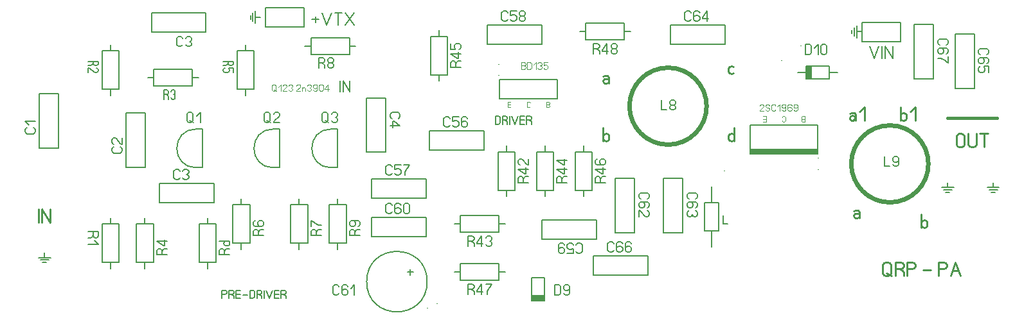
<source format=gbr>
%FSLAX34Y34*%
%MOMM*%
%LNSILK_TOP*%
G71*
G01*
%ADD10C,0.150*%
%ADD11C,0.090*%
%ADD12C,0.159*%
%ADD13C,0.100*%
%ADD14C,0.167*%
%ADD15C,0.206*%
%ADD16C,0.200*%
%ADD17C,0.144*%
%ADD18C,0.222*%
%ADD19C,0.170*%
%ADD20C,0.600*%
%ADD21C,0.111*%
%ADD22C,0.400*%
%ADD23C,0.178*%
%ADD24C,0.133*%
%LPD*%
G54D10*
X630580Y339450D02*
X630580Y314250D01*
X706780Y314250D01*
X706780Y339450D01*
X630580Y339450D01*
G54D11*
X645380Y302950D02*
X641680Y302950D01*
X641680Y310050D01*
X645380Y310050D01*
G54D11*
X641680Y306550D02*
X645380Y306550D01*
G54D11*
X671380Y304250D02*
X670780Y303350D01*
X669780Y302950D01*
X668680Y302950D01*
X667580Y303350D01*
X667080Y304250D01*
X667080Y308750D01*
X667580Y309650D01*
X668680Y310050D01*
X669780Y310050D01*
X670780Y309650D01*
X671380Y308750D01*
G54D11*
X692480Y302950D02*
X692480Y310050D01*
X695180Y310050D01*
X696180Y309650D01*
X696780Y308750D01*
X696780Y307850D01*
X696180Y306950D01*
X695180Y306550D01*
X696180Y306050D01*
X696780Y305150D01*
X696780Y304250D01*
X696180Y303350D01*
X695180Y302950D01*
X692480Y302950D01*
G54D11*
X692480Y306550D02*
X695180Y306550D01*
G54D12*
X629829Y360200D02*
X629829Y360200D01*
G54D12*
X629830Y345200D02*
X629830Y345200D01*
G36*
X1050085Y248121D02*
X961285Y248121D01*
X961285Y241721D01*
X1050085Y241721D01*
X1050085Y248121D01*
G37*
G54D13*
X1050085Y248121D02*
X961285Y248121D01*
X961285Y241721D01*
X1050085Y241721D01*
X1050085Y248121D01*
G54D10*
X1050085Y241721D02*
X1050085Y279721D01*
X961085Y279721D01*
X961085Y241721D01*
X1050085Y241721D01*
G54D11*
X1032585Y291021D02*
X1032586Y283921D01*
X1029885Y283921D01*
X1028886Y284321D01*
X1028285Y285221D01*
X1028285Y286121D01*
X1028885Y287021D01*
X1029885Y287421D01*
X1028885Y287921D01*
X1028285Y288821D01*
X1028285Y289721D01*
X1028885Y290621D01*
X1029885Y291021D01*
X1032585Y291021D01*
G54D11*
X1032586Y287421D02*
X1029885Y287421D01*
G54D11*
X1002885Y289721D02*
X1003485Y290621D01*
X1004485Y291021D01*
X1005585Y291021D01*
X1006685Y290621D01*
X1007185Y289721D01*
X1007185Y285221D01*
X1006685Y284321D01*
X1005585Y283921D01*
X1004485Y283921D01*
X1003485Y284321D01*
X1002885Y285221D01*
G54D11*
X978085Y291021D02*
X981785Y291021D01*
X981785Y283921D01*
X978085Y283921D01*
G54D11*
X981785Y287421D02*
X978085Y287421D01*
G54D12*
X1050835Y220971D02*
X1050835Y220971D01*
G54D12*
X1050835Y235971D02*
X1050835Y235971D01*
G54D10*
X610094Y246490D02*
X610094Y271890D01*
X538494Y271890D01*
X538494Y246490D01*
X610094Y246490D01*
G54D14*
X565439Y279782D02*
X564439Y278115D01*
X562439Y277282D01*
X560439Y277282D01*
X558439Y278115D01*
X557439Y279782D01*
X557439Y288115D01*
X558439Y289782D01*
X560439Y290615D01*
X562439Y290615D01*
X564439Y289782D01*
X565439Y288115D01*
G54D14*
X577106Y290615D02*
X569106Y290615D01*
X569106Y284782D01*
X570106Y284782D01*
X572106Y285615D01*
X574106Y285615D01*
X576106Y284782D01*
X577106Y283115D01*
X577106Y279782D01*
X576106Y278115D01*
X574106Y277282D01*
X572106Y277282D01*
X570106Y278115D01*
X569106Y279782D01*
G54D14*
X588773Y288115D02*
X587773Y289782D01*
X585773Y290615D01*
X583773Y290615D01*
X581773Y289782D01*
X580773Y288115D01*
X580773Y283948D01*
X580773Y283115D01*
X583773Y284782D01*
X585773Y284782D01*
X587773Y283948D01*
X588773Y282282D01*
X588773Y279782D01*
X587773Y278115D01*
X585773Y277282D01*
X583773Y277282D01*
X581773Y278115D01*
X580773Y279782D01*
X580773Y283948D01*
G54D10*
X628959Y243979D02*
X651134Y243979D01*
X651134Y193279D01*
X628959Y193279D01*
X628959Y243979D01*
G54D10*
X640046Y244179D02*
X640046Y252079D01*
G54D10*
X640046Y193179D02*
X640047Y185279D01*
G54D14*
X662305Y207537D02*
X663971Y210537D01*
X665638Y211537D01*
X668971Y211537D01*
G54D14*
X668971Y203537D02*
X655638Y203537D01*
X655638Y208537D01*
X656471Y210537D01*
X658138Y211537D01*
X659805Y211537D01*
X661471Y210537D01*
X662305Y208537D01*
X662305Y203537D01*
G54D14*
X668971Y221204D02*
X655638Y221204D01*
X663971Y215204D01*
X665638Y215204D01*
X665638Y223204D01*
G54D14*
X668971Y234871D02*
X668971Y226871D01*
X668138Y226871D01*
X666471Y227871D01*
X661471Y233871D01*
X659805Y234871D01*
X658138Y234871D01*
X656471Y233871D01*
X655638Y231871D01*
X655638Y229871D01*
X656471Y227871D01*
X658138Y226871D01*
G54D10*
X540059Y396379D02*
X562234Y396379D01*
X562234Y345679D01*
X540059Y345679D01*
X540059Y396379D01*
G54D10*
X551146Y396579D02*
X551146Y404479D01*
G54D10*
X551146Y345579D02*
X551147Y337679D01*
G54D14*
X573405Y359937D02*
X575071Y362937D01*
X576738Y363937D01*
X580071Y363937D01*
G54D14*
X580071Y355937D02*
X566738Y355937D01*
X566738Y360937D01*
X567571Y362937D01*
X569238Y363937D01*
X570905Y363937D01*
X572571Y362937D01*
X573405Y360937D01*
X573405Y355937D01*
G54D14*
X580071Y373604D02*
X566738Y373604D01*
X575071Y367604D01*
X576738Y367604D01*
X576738Y375604D01*
G54D14*
X566738Y387271D02*
X566738Y379271D01*
X572571Y379271D01*
X572571Y380271D01*
X571738Y382271D01*
X571738Y384271D01*
X572571Y386271D01*
X574238Y387271D01*
X577571Y387271D01*
X579238Y386271D01*
X580071Y384271D01*
X580071Y382271D01*
X579238Y380271D01*
X577571Y379271D01*
G54D14*
X719771Y203537D02*
X719771Y203537D01*
G54D10*
X686294Y386190D02*
X686294Y411590D01*
X614694Y411590D01*
X614694Y386190D01*
X686294Y386190D01*
G54D14*
X641639Y419482D02*
X640639Y417815D01*
X638639Y416982D01*
X636639Y416982D01*
X634639Y417815D01*
X633639Y419482D01*
X633639Y427815D01*
X634639Y429482D01*
X636639Y430315D01*
X638639Y430315D01*
X640639Y429482D01*
X641639Y427815D01*
G54D14*
X653306Y430315D02*
X645306Y430315D01*
X645306Y424482D01*
X646306Y424482D01*
X648306Y425315D01*
X650306Y425315D01*
X652306Y424482D01*
X653306Y422815D01*
X653306Y419482D01*
X652306Y417815D01*
X650306Y416982D01*
X648306Y416982D01*
X646306Y417815D01*
X645306Y419482D01*
G54D14*
X661972Y423648D02*
X659972Y423648D01*
X657972Y424482D01*
X656972Y426148D01*
X656972Y427815D01*
X657972Y429482D01*
X659972Y430315D01*
X661972Y430315D01*
X663972Y429482D01*
X664972Y427815D01*
X664972Y426148D01*
X663972Y424482D01*
X661972Y423648D01*
X663972Y422815D01*
X664972Y421148D01*
X664972Y419482D01*
X663972Y417815D01*
X661972Y416982D01*
X659972Y416982D01*
X657972Y417815D01*
X656972Y419482D01*
X656972Y421148D01*
X657972Y422815D01*
X659972Y423648D01*
G54D10*
X730559Y243979D02*
X752734Y243979D01*
X752734Y193279D01*
X730559Y193279D01*
X730559Y243979D01*
G54D10*
X741646Y244179D02*
X741646Y252079D01*
G54D10*
X741646Y193179D02*
X741646Y185279D01*
G54D14*
X763905Y207537D02*
X765571Y210537D01*
X767238Y211537D01*
X770571Y211537D01*
G54D14*
X770571Y203537D02*
X757238Y203537D01*
X757238Y208537D01*
X758071Y210537D01*
X759738Y211537D01*
X761405Y211537D01*
X763071Y210537D01*
X763905Y208537D01*
X763905Y203537D01*
G54D14*
X770571Y221204D02*
X757238Y221204D01*
X765571Y215204D01*
X767238Y215204D01*
X767238Y223204D01*
G54D14*
X759738Y234871D02*
X758071Y233871D01*
X757238Y231871D01*
X757238Y229871D01*
X758071Y227871D01*
X759738Y226871D01*
X763905Y226871D01*
X764738Y226871D01*
X763071Y229871D01*
X763071Y231871D01*
X763905Y233871D01*
X765571Y234871D01*
X768071Y234871D01*
X769738Y233871D01*
X770571Y231871D01*
X770571Y229871D01*
X769738Y227871D01*
X768071Y226871D01*
X763905Y226871D01*
G54D10*
X686999Y154294D02*
X686999Y128894D01*
X758599Y128894D01*
X758599Y154294D01*
X686999Y154294D01*
G54D14*
X731655Y121002D02*
X732655Y122669D01*
X734655Y123502D01*
X736655Y123502D01*
X738655Y122669D01*
X739655Y121002D01*
X739655Y112669D01*
X738655Y111002D01*
X736655Y110169D01*
X734655Y110169D01*
X732655Y111002D01*
X731655Y112669D01*
G54D14*
X719988Y110169D02*
X727988Y110169D01*
X727988Y116002D01*
X726988Y116002D01*
X724988Y115169D01*
X722988Y115169D01*
X720988Y116002D01*
X719988Y117669D01*
X719988Y121002D01*
X720988Y122669D01*
X722988Y123502D01*
X724988Y123502D01*
X726988Y122669D01*
X727988Y121002D01*
G54D14*
X716321Y121002D02*
X715321Y122669D01*
X713321Y123502D01*
X711321Y123502D01*
X709321Y122669D01*
X708321Y121002D01*
X708321Y116836D01*
X708321Y116002D01*
X711321Y117669D01*
X713321Y117669D01*
X715321Y116836D01*
X716321Y115169D01*
X716321Y112669D01*
X715321Y111002D01*
X713321Y110169D01*
X711321Y110169D01*
X709321Y111002D01*
X708321Y112669D01*
X708321Y116836D01*
G54D10*
X629907Y159844D02*
X629907Y137669D01*
X579207Y137669D01*
X579207Y159844D01*
X629907Y159844D01*
G54D10*
X630107Y148756D02*
X638007Y148756D01*
G54D10*
X579107Y148756D02*
X571207Y148756D01*
G54D14*
X593465Y126498D02*
X596465Y124831D01*
X597465Y123165D01*
X597465Y119831D01*
G54D14*
X589465Y119831D02*
X589465Y133165D01*
X594465Y133165D01*
X596465Y132331D01*
X597465Y130665D01*
X597465Y128998D01*
X596465Y127331D01*
X594465Y126498D01*
X589465Y126498D01*
G54D14*
X607132Y119831D02*
X607132Y133165D01*
X601132Y124831D01*
X601132Y123165D01*
X609132Y123165D01*
G54D14*
X612799Y130665D02*
X613799Y132331D01*
X615799Y133165D01*
X617799Y133165D01*
X619799Y132331D01*
X620799Y130665D01*
X620799Y128998D01*
X619799Y127331D01*
X617799Y126498D01*
X619799Y125665D01*
X620799Y123998D01*
X620799Y122331D01*
X619799Y120665D01*
X617799Y119831D01*
X615799Y119831D01*
X613799Y120665D01*
X612799Y122331D01*
G54D10*
X533894Y182990D02*
X533894Y208390D01*
X462294Y208390D01*
X462294Y182990D01*
X533894Y182990D01*
G54D14*
X489239Y216282D02*
X488239Y214615D01*
X486239Y213782D01*
X484239Y213782D01*
X482239Y214615D01*
X481239Y216282D01*
X481239Y224615D01*
X482239Y226282D01*
X484239Y227115D01*
X486239Y227115D01*
X488239Y226282D01*
X489239Y224615D01*
G54D14*
X500906Y227115D02*
X492906Y227115D01*
X492906Y221282D01*
X493906Y221282D01*
X495906Y222115D01*
X497906Y222115D01*
X499906Y221282D01*
X500906Y219615D01*
X500906Y216282D01*
X499906Y214615D01*
X497906Y213782D01*
X495906Y213782D01*
X493906Y214615D01*
X492906Y216282D01*
G54D14*
X504573Y227115D02*
X512573Y227115D01*
X511573Y225448D01*
X509573Y222948D01*
X507573Y219615D01*
X506573Y217115D01*
X506573Y213782D01*
G54D10*
X533894Y132190D02*
X533894Y157590D01*
X462294Y157590D01*
X462294Y132190D01*
X533894Y132190D01*
G54D14*
X489239Y165482D02*
X488239Y163815D01*
X486239Y162982D01*
X484239Y162982D01*
X482239Y163815D01*
X481239Y165482D01*
X481239Y173815D01*
X482239Y175482D01*
X484239Y176315D01*
X486239Y176315D01*
X488239Y175482D01*
X489239Y173815D01*
G54D14*
X500906Y173815D02*
X499906Y175482D01*
X497906Y176315D01*
X495906Y176315D01*
X493906Y175482D01*
X492906Y173815D01*
X492906Y169648D01*
X492906Y168815D01*
X495906Y170482D01*
X497906Y170482D01*
X499906Y169648D01*
X500906Y167982D01*
X500906Y165482D01*
X499906Y163815D01*
X497906Y162982D01*
X495906Y162982D01*
X493906Y163815D01*
X492906Y165482D01*
X492906Y169648D01*
G54D14*
X512573Y173815D02*
X512573Y165482D01*
X511573Y163815D01*
X509573Y162982D01*
X507573Y162982D01*
X505573Y163815D01*
X504573Y165482D01*
X504573Y173815D01*
X505573Y175482D01*
X507573Y176315D01*
X509573Y176315D01*
X511573Y175482D01*
X512573Y173815D01*
G54D10*
X516992Y85450D02*
X509392Y85450D01*
G54D10*
X513192Y81650D02*
X513192Y89250D01*
G54D10*
G75*
G01X535536Y72750D02*
G03X535536Y72750I-39850J0D01*
G01*
G54D15*
X548986Y44250D02*
X548986Y44250D01*
G54D15*
X536286Y38350D02*
X536286Y38350D01*
G54D10*
X629907Y96344D02*
X629907Y74169D01*
X579207Y74169D01*
X579207Y96344D01*
X629907Y96344D01*
G54D10*
X630107Y85256D02*
X638007Y85256D01*
G54D10*
X579107Y85256D02*
X571207Y85256D01*
G54D14*
X593465Y62998D02*
X596465Y61331D01*
X597465Y59665D01*
X597465Y56331D01*
G54D14*
X589465Y56331D02*
X589465Y69665D01*
X594465Y69665D01*
X596465Y68831D01*
X597465Y67165D01*
X597465Y65498D01*
X596465Y63831D01*
X594465Y62998D01*
X589465Y62998D01*
G54D14*
X607132Y56331D02*
X607132Y69665D01*
X601132Y61331D01*
X601132Y59665D01*
X609132Y59665D01*
G54D14*
X612799Y69665D02*
X620799Y69665D01*
X619799Y67998D01*
X617799Y65498D01*
X615799Y62165D01*
X614799Y59665D01*
X614799Y56331D01*
G54D10*
X672680Y47900D02*
X690080Y47900D01*
X690080Y78300D01*
X672680Y78300D01*
X672680Y47900D01*
G36*
X672780Y48000D02*
X689480Y48000D01*
X689480Y55200D01*
X672780Y55200D01*
X672780Y48000D01*
G37*
G54D13*
X672780Y48000D02*
X689480Y48000D01*
X689480Y55200D01*
X672780Y55200D01*
X672780Y48000D01*
G54D10*
X825994Y81390D02*
X825994Y106790D01*
X754394Y106790D01*
X754394Y81390D01*
X825994Y81390D01*
G54D14*
X781338Y114682D02*
X780338Y113015D01*
X778338Y112182D01*
X776338Y112182D01*
X774338Y113015D01*
X773338Y114682D01*
X773338Y123015D01*
X774338Y124682D01*
X776338Y125515D01*
X778338Y125515D01*
X780338Y124682D01*
X781338Y123015D01*
G54D14*
X793006Y123015D02*
X792006Y124682D01*
X790006Y125515D01*
X788006Y125515D01*
X786006Y124682D01*
X785006Y123015D01*
X785006Y118848D01*
X785006Y118015D01*
X788006Y119682D01*
X790006Y119682D01*
X792006Y118848D01*
X793006Y117182D01*
X793006Y114682D01*
X792006Y113015D01*
X790006Y112182D01*
X788006Y112182D01*
X786006Y113015D01*
X785006Y114682D01*
X785006Y118848D01*
G54D14*
X804672Y123015D02*
X803672Y124682D01*
X801672Y125515D01*
X799672Y125515D01*
X797672Y124682D01*
X796672Y123015D01*
X796672Y118848D01*
X796672Y118015D01*
X799672Y119682D01*
X801672Y119682D01*
X803672Y118848D01*
X804672Y117182D01*
X804672Y114682D01*
X803672Y113015D01*
X801672Y112182D01*
X799672Y112182D01*
X797672Y113015D01*
X796672Y114682D01*
X796672Y118848D01*
G54D10*
X795007Y413844D02*
X795007Y391669D01*
X744307Y391669D01*
X744307Y413844D01*
X795007Y413844D01*
G54D10*
X795207Y402756D02*
X803107Y402756D01*
G54D10*
X744207Y402756D02*
X736307Y402756D01*
G54D14*
X758565Y380498D02*
X761565Y378831D01*
X762565Y377164D01*
X762565Y373831D01*
G54D14*
X754565Y373831D02*
X754565Y387164D01*
X759565Y387164D01*
X761565Y386331D01*
X762565Y384664D01*
X762565Y382998D01*
X761565Y381331D01*
X759565Y380498D01*
X754565Y380498D01*
G54D14*
X772232Y373831D02*
X772232Y387164D01*
X766232Y378831D01*
X766232Y377164D01*
X774232Y377164D01*
G54D14*
X782899Y380498D02*
X780899Y380498D01*
X778899Y381331D01*
X777899Y382998D01*
X777899Y384664D01*
X778899Y386331D01*
X780899Y387164D01*
X782899Y387164D01*
X784899Y386331D01*
X785899Y384664D01*
X785899Y382998D01*
X784899Y381331D01*
X782899Y380498D01*
X784899Y379664D01*
X785899Y377998D01*
X785899Y376331D01*
X784899Y374664D01*
X782899Y373831D01*
X780899Y373831D01*
X778899Y374664D01*
X777899Y376331D01*
X777899Y377998D01*
X778899Y379664D01*
X780899Y380498D01*
G54D10*
X1034480Y357550D02*
X1034480Y340150D01*
X1064880Y340150D01*
X1064880Y357550D01*
X1034480Y357550D01*
G36*
X1034580Y357450D02*
X1034580Y340750D01*
X1041780Y340750D01*
X1041780Y357450D01*
X1034580Y357450D01*
G37*
G54D13*
X1034580Y357450D02*
X1034580Y340750D01*
X1041780Y340750D01*
X1041780Y357450D01*
X1034580Y357450D01*
G54D10*
X1023480Y348850D02*
X1034580Y348850D01*
G54D10*
X1064780Y348850D02*
X1075880Y348850D01*
G54D15*
X1027980Y384300D02*
X1027980Y384300D01*
G54D15*
X1002580Y364800D02*
X1002580Y364800D01*
G54D10*
X1230826Y327684D02*
X1256226Y327684D01*
X1256226Y399284D01*
X1230826Y399284D01*
X1230826Y327684D01*
G54D14*
X1264117Y372339D02*
X1262451Y373339D01*
X1261617Y375339D01*
X1261617Y377339D01*
X1262451Y379339D01*
X1264117Y380339D01*
X1272451Y380339D01*
X1274117Y379339D01*
X1274951Y377339D01*
X1274951Y375339D01*
X1274117Y373339D01*
X1272451Y372339D01*
G54D14*
X1272451Y360672D02*
X1274117Y361672D01*
X1274951Y363672D01*
X1274951Y365672D01*
X1274117Y367672D01*
X1272451Y368672D01*
X1268284Y368672D01*
X1267451Y368672D01*
X1269117Y365672D01*
X1269117Y363672D01*
X1268284Y361672D01*
X1266617Y360672D01*
X1264117Y360672D01*
X1262451Y361672D01*
X1261617Y363672D01*
X1261617Y365672D01*
X1262451Y367672D01*
X1264117Y368672D01*
X1268284Y368672D01*
G54D14*
X1274951Y349005D02*
X1274951Y357005D01*
X1269117Y357005D01*
X1269117Y356005D01*
X1269951Y354005D01*
X1269951Y352005D01*
X1269117Y350005D01*
X1267451Y349005D01*
X1264117Y349005D01*
X1262451Y350005D01*
X1261617Y352005D01*
X1261617Y354005D01*
X1262451Y356005D01*
X1264117Y357005D01*
G54D10*
X783544Y137244D02*
X808944Y137244D01*
X808944Y208844D01*
X783544Y208844D01*
X783544Y137244D01*
G54D14*
X816836Y181900D02*
X815169Y182900D01*
X814336Y184900D01*
X814336Y186900D01*
X815169Y188900D01*
X816836Y189900D01*
X825169Y189900D01*
X826836Y188900D01*
X827669Y186900D01*
X827669Y184900D01*
X826836Y182900D01*
X825169Y181900D01*
G54D14*
X825169Y170233D02*
X826836Y171233D01*
X827669Y173233D01*
X827669Y175233D01*
X826836Y177233D01*
X825169Y178233D01*
X821002Y178233D01*
X820169Y178233D01*
X821836Y175233D01*
X821836Y173233D01*
X821002Y171233D01*
X819336Y170233D01*
X816836Y170233D01*
X815169Y171233D01*
X814336Y173233D01*
X814336Y175233D01*
X815169Y177233D01*
X816836Y178233D01*
X821002Y178233D01*
G54D14*
X814336Y158566D02*
X814336Y166566D01*
X815169Y166566D01*
X816836Y165566D01*
X821836Y159566D01*
X823502Y158566D01*
X825169Y158566D01*
X826836Y159566D01*
X827669Y161566D01*
X827669Y163566D01*
X826836Y165566D01*
X825169Y166566D01*
G54D16*
X1118280Y383364D02*
X1124280Y367364D01*
X1130280Y383364D01*
G54D16*
X1134680Y367364D02*
X1134680Y383364D01*
G54D16*
X1139080Y367364D02*
X1139080Y383364D01*
X1148680Y367364D01*
X1148680Y383364D01*
G54D10*
X1108484Y389538D02*
X1108484Y414938D01*
X1159284Y414938D01*
X1159284Y389538D01*
X1108484Y389538D01*
G54D16*
X1107501Y402767D02*
X1101150Y402767D01*
G54D16*
X1101150Y394830D02*
X1101151Y410705D01*
G54D16*
X1097976Y408324D02*
X1097976Y397211D01*
G54D16*
X1094801Y400386D02*
X1094801Y405148D01*
G54D10*
X1177244Y340444D02*
X1202644Y340444D01*
X1202644Y412044D01*
X1177244Y412044D01*
X1177244Y340444D01*
G54D14*
X1210536Y385100D02*
X1208869Y386100D01*
X1208036Y388100D01*
X1208036Y390100D01*
X1208869Y392100D01*
X1210536Y393100D01*
X1218869Y393100D01*
X1220536Y392100D01*
X1221369Y390100D01*
X1221369Y388100D01*
X1220536Y386100D01*
X1218869Y385100D01*
G54D14*
X1218869Y373433D02*
X1220536Y374433D01*
X1221369Y376433D01*
X1221369Y378433D01*
X1220536Y380433D01*
X1218869Y381433D01*
X1214703Y381433D01*
X1213869Y381433D01*
X1215536Y378433D01*
X1215536Y376433D01*
X1214703Y374433D01*
X1213036Y373433D01*
X1210536Y373433D01*
X1208869Y374433D01*
X1208036Y376433D01*
X1208036Y378433D01*
X1208869Y380433D01*
X1210536Y381433D01*
X1214703Y381433D01*
G54D14*
X1221369Y369766D02*
X1221369Y361766D01*
X1219703Y362766D01*
X1217203Y364766D01*
X1213869Y366766D01*
X1211369Y367766D01*
X1208036Y367766D01*
G54D10*
X927595Y386189D02*
X927595Y411590D01*
X855995Y411589D01*
X855995Y386189D01*
X927595Y386189D01*
G54D14*
X882939Y419481D02*
X881939Y417814D01*
X879939Y416981D01*
X877939Y416981D01*
X875939Y417814D01*
X874939Y419481D01*
X874939Y427814D01*
X875939Y429481D01*
X877939Y430314D01*
X879939Y430314D01*
X881939Y429481D01*
X882939Y427814D01*
G54D14*
X894606Y427814D02*
X893606Y429481D01*
X891606Y430314D01*
X889606Y430314D01*
X887606Y429481D01*
X886606Y427814D01*
X886606Y423648D01*
X886606Y422814D01*
X889606Y424481D01*
X891606Y424481D01*
X893606Y423648D01*
X894606Y421981D01*
X894606Y419481D01*
X893606Y417814D01*
X891606Y416981D01*
X889606Y416981D01*
X887606Y417814D01*
X886606Y419481D01*
X886606Y423648D01*
G54D14*
X904273Y416981D02*
X904273Y430314D01*
X898273Y421981D01*
X898273Y420314D01*
X906273Y420314D01*
G54D10*
X900480Y177350D02*
X919480Y177350D01*
X919480Y139350D01*
X900480Y139350D01*
X900480Y177350D01*
G54D10*
X909980Y177450D02*
X909980Y198050D01*
G54D10*
X909980Y118650D02*
X909980Y139250D01*
G54D17*
X925140Y160466D02*
X925140Y148910D01*
X931206Y148910D01*
G54D17*
X926730Y219150D02*
X926730Y219150D01*
G54D10*
X847044Y137244D02*
X872444Y137244D01*
X872444Y208844D01*
X847044Y208844D01*
X847044Y137244D01*
G54D14*
X880336Y181900D02*
X878669Y182900D01*
X877836Y184900D01*
X877836Y186900D01*
X878669Y188900D01*
X880336Y189900D01*
X888669Y189900D01*
X890336Y188900D01*
X891169Y186900D01*
X891169Y184900D01*
X890336Y182900D01*
X888669Y181900D01*
G54D14*
X888669Y170233D02*
X890336Y171233D01*
X891169Y173233D01*
X891169Y175233D01*
X890336Y177233D01*
X888669Y178233D01*
X884502Y178233D01*
X883669Y178233D01*
X885336Y175233D01*
X885336Y173233D01*
X884502Y171233D01*
X882836Y170233D01*
X880336Y170233D01*
X878669Y171233D01*
X877836Y173233D01*
X877836Y175233D01*
X878669Y177233D01*
X880336Y178233D01*
X884502Y178233D01*
G54D14*
X888669Y166566D02*
X890336Y165566D01*
X891169Y163566D01*
X891169Y161566D01*
X890336Y159566D01*
X888669Y158566D01*
X887002Y158566D01*
X885336Y159566D01*
X884502Y161566D01*
X883669Y159566D01*
X882002Y158566D01*
X880336Y158566D01*
X878669Y159566D01*
X877836Y161566D01*
X877836Y163566D01*
X878669Y165566D01*
X880336Y166566D01*
G54D18*
X767080Y343539D02*
X769747Y344650D01*
X772947Y344650D01*
X775080Y342428D01*
X775080Y334650D01*
G54D18*
X775080Y337983D02*
X773747Y340206D01*
X771080Y340650D01*
X768413Y340206D01*
X767080Y337983D01*
X767613Y335761D01*
X769747Y334650D01*
X771080Y334650D01*
X771613Y334650D01*
X773747Y335761D01*
X775080Y337983D01*
G54D18*
X767080Y258450D02*
X767080Y276228D01*
G54D18*
X767080Y265561D02*
X768413Y267783D01*
X771080Y268450D01*
X773747Y267783D01*
X775080Y265561D01*
X775080Y261117D01*
X773747Y258894D01*
X771080Y258450D01*
X768413Y258894D01*
X767080Y261117D01*
G54D18*
X938847Y356683D02*
X936180Y357350D01*
X933513Y356683D01*
X932180Y354461D01*
X932180Y350017D01*
X933513Y347794D01*
X936180Y347350D01*
X938847Y347794D01*
G54D18*
X940180Y258450D02*
X940180Y276228D01*
G54D18*
X940180Y265561D02*
X938847Y267783D01*
X936180Y268450D01*
X933513Y267783D01*
X932180Y265561D01*
X932180Y261117D01*
X933513Y258894D01*
X936180Y258450D01*
X938847Y258894D01*
X940180Y261117D01*
G54D18*
X1097280Y165739D02*
X1099947Y166850D01*
X1103147Y166850D01*
X1105280Y164628D01*
X1105280Y156850D01*
G54D18*
X1105280Y160183D02*
X1103947Y162406D01*
X1101280Y162850D01*
X1098613Y162406D01*
X1097280Y160183D01*
X1097813Y157961D01*
X1099947Y156850D01*
X1101280Y156850D01*
X1101813Y156850D01*
X1103947Y157961D01*
X1105280Y160183D01*
G54D18*
X1091880Y294639D02*
X1094547Y295750D01*
X1097747Y295750D01*
X1099880Y293528D01*
X1099880Y285750D01*
G54D18*
X1099880Y289083D02*
X1098547Y291306D01*
X1095880Y291750D01*
X1093213Y291306D01*
X1091880Y289083D01*
X1092413Y286861D01*
X1094547Y285750D01*
X1095880Y285750D01*
X1096413Y285750D01*
X1098547Y286861D01*
X1099880Y289083D01*
G54D18*
X1104769Y296861D02*
X1111436Y303528D01*
X1111436Y285750D01*
G54D18*
X1158880Y285750D02*
X1158880Y303528D01*
G54D18*
X1158880Y292861D02*
X1160213Y295083D01*
X1162880Y295750D01*
X1165547Y295083D01*
X1166880Y292861D01*
X1166880Y288417D01*
X1165547Y286194D01*
X1162880Y285750D01*
X1160213Y286194D01*
X1158880Y288417D01*
G54D18*
X1171769Y296861D02*
X1178436Y303528D01*
X1178436Y285750D01*
G54D18*
X1186180Y144150D02*
X1186180Y161928D01*
G54D18*
X1186180Y151261D02*
X1187513Y153483D01*
X1190180Y154150D01*
X1192847Y153483D01*
X1194180Y151261D01*
X1194180Y146817D01*
X1192847Y144594D01*
X1190180Y144150D01*
X1187513Y144594D01*
X1186180Y146817D01*
G54D18*
X1140713Y83983D02*
X1147380Y80650D01*
G54D18*
X1146047Y95094D02*
X1146047Y83983D01*
X1144713Y81761D01*
X1142047Y80650D01*
X1139380Y80650D01*
X1136713Y81761D01*
X1135380Y83983D01*
X1135380Y95094D01*
X1136713Y97317D01*
X1139380Y98428D01*
X1142047Y98428D01*
X1144713Y97317D01*
X1146047Y95094D01*
G54D18*
X1157602Y89539D02*
X1161602Y87317D01*
X1162936Y85094D01*
X1162936Y80650D01*
G54D18*
X1152269Y80650D02*
X1152269Y98428D01*
X1158936Y98428D01*
X1161602Y97317D01*
X1162936Y95094D01*
X1162936Y92872D01*
X1161602Y90650D01*
X1158936Y89539D01*
X1152269Y89539D01*
G54D18*
X1167825Y80650D02*
X1167825Y98428D01*
X1174492Y98428D01*
X1177158Y97317D01*
X1178492Y95094D01*
X1178492Y92872D01*
X1177158Y90650D01*
X1174492Y89539D01*
X1167825Y89539D01*
G54D18*
X1188537Y88428D02*
X1199204Y88428D01*
G54D18*
X1209249Y80650D02*
X1209249Y98428D01*
X1215916Y98428D01*
X1218582Y97317D01*
X1219916Y95094D01*
X1219916Y92872D01*
X1218582Y90650D01*
X1215916Y89539D01*
X1209249Y89539D01*
G54D18*
X1224805Y80650D02*
X1231472Y98428D01*
X1238138Y80650D01*
G54D18*
X1227472Y87317D02*
X1235472Y87317D01*
G54D18*
X1243047Y264894D02*
X1243047Y253784D01*
X1241714Y251561D01*
X1239047Y250450D01*
X1236380Y250450D01*
X1233714Y251561D01*
X1232380Y253784D01*
X1232380Y264894D01*
X1233714Y267117D01*
X1236380Y268228D01*
X1239047Y268228D01*
X1241714Y267117D01*
X1243047Y264894D01*
G54D18*
X1247936Y268228D02*
X1247936Y253784D01*
X1249270Y251561D01*
X1251936Y250450D01*
X1254603Y250450D01*
X1257270Y251561D01*
X1258603Y253784D01*
X1258603Y268228D01*
G54D18*
X1268826Y250450D02*
X1268826Y268228D01*
G54D18*
X1263492Y268228D02*
X1274159Y268228D01*
G54D10*
X679759Y243979D02*
X701934Y243979D01*
X701934Y193279D01*
X679759Y193279D01*
X679759Y243979D01*
G54D10*
X690846Y244179D02*
X690846Y252079D01*
G54D10*
X690846Y193179D02*
X690846Y185279D01*
G54D14*
X713105Y207537D02*
X714771Y210537D01*
X716438Y211537D01*
X719771Y211537D01*
G54D14*
X719771Y203537D02*
X706438Y203537D01*
X706438Y208537D01*
X707271Y210537D01*
X708938Y211537D01*
X710605Y211537D01*
X712271Y210537D01*
X713105Y208537D01*
X713105Y203537D01*
G54D14*
X719771Y221204D02*
X706438Y221204D01*
X714771Y215204D01*
X716438Y215204D01*
X716438Y223204D01*
G54D14*
X719771Y232871D02*
X706438Y232871D01*
X714771Y226871D01*
X716438Y226871D01*
X716438Y234871D01*
G54D14*
X419480Y57750D02*
X418480Y56083D01*
X416480Y55250D01*
X414480Y55250D01*
X412480Y56083D01*
X411480Y57750D01*
X411480Y66083D01*
X412480Y67750D01*
X414480Y68583D01*
X416480Y68583D01*
X418480Y67750D01*
X419480Y66083D01*
G54D14*
X431147Y66083D02*
X430147Y67750D01*
X428147Y68583D01*
X426147Y68583D01*
X424147Y67750D01*
X423147Y66083D01*
X423147Y61917D01*
X423147Y61083D01*
X426147Y62750D01*
X428147Y62750D01*
X430147Y61917D01*
X431147Y60250D01*
X431147Y57750D01*
X430147Y56083D01*
X428147Y55250D01*
X426147Y55250D01*
X424147Y56083D01*
X423147Y57750D01*
X423147Y61917D01*
G54D14*
X434814Y63583D02*
X439814Y68583D01*
X439814Y55250D01*
G54D14*
X703580Y55250D02*
X703580Y68583D01*
X708580Y68583D01*
X710580Y67750D01*
X711580Y66083D01*
X711580Y57750D01*
X710580Y56083D01*
X708580Y55250D01*
X703580Y55250D01*
G54D14*
X715247Y57750D02*
X716247Y56083D01*
X718247Y55250D01*
X720247Y55250D01*
X722247Y56083D01*
X723247Y57750D01*
X723247Y61917D01*
X723247Y62750D01*
X720247Y61083D01*
X718247Y61083D01*
X716247Y61917D01*
X715247Y63583D01*
X715247Y66083D01*
X716247Y67750D01*
X718247Y68583D01*
X720247Y68583D01*
X722247Y67750D01*
X723247Y66083D01*
X723247Y61917D01*
G54D14*
X844163Y312733D02*
X844163Y299400D01*
X851163Y299400D01*
G54D14*
X859830Y306067D02*
X857830Y306067D01*
X855830Y306900D01*
X854830Y308567D01*
X854830Y310233D01*
X855830Y311900D01*
X857830Y312733D01*
X859830Y312733D01*
X861830Y311900D01*
X862830Y310233D01*
X862830Y308567D01*
X861830Y306900D01*
X859830Y306067D01*
X861830Y305233D01*
X862830Y303567D01*
X862830Y301900D01*
X861830Y300233D01*
X859830Y299400D01*
X857830Y299400D01*
X855830Y300233D01*
X854830Y301900D01*
X854830Y303567D01*
X855830Y305233D01*
X857830Y306067D01*
G54D14*
X1137953Y238281D02*
X1137953Y224948D01*
X1144953Y224948D01*
G54D14*
X1148620Y227448D02*
X1149620Y225781D01*
X1151620Y224948D01*
X1153620Y224948D01*
X1155620Y225781D01*
X1156620Y227448D01*
X1156620Y231615D01*
X1156620Y232448D01*
X1153620Y230781D01*
X1151620Y230781D01*
X1149620Y231615D01*
X1148620Y233281D01*
X1148620Y235781D01*
X1149620Y237448D01*
X1151620Y238281D01*
X1153620Y238281D01*
X1155620Y237448D01*
X1156620Y235781D01*
X1156620Y231615D01*
G54D14*
X1033780Y372750D02*
X1033780Y386083D01*
X1038780Y386083D01*
X1040780Y385250D01*
X1041780Y383583D01*
X1041780Y375250D01*
X1040780Y373583D01*
X1038780Y372750D01*
X1033780Y372750D01*
G54D14*
X1045447Y381083D02*
X1050447Y386083D01*
X1050447Y372750D01*
G54D14*
X1062114Y383583D02*
X1062114Y375250D01*
X1061114Y373583D01*
X1059114Y372750D01*
X1057114Y372750D01*
X1055114Y373583D01*
X1054114Y375250D01*
X1054114Y383583D01*
X1055114Y385250D01*
X1057114Y386083D01*
X1059114Y386083D01*
X1061114Y385250D01*
X1062114Y383583D01*
G54D10*
X129305Y326671D02*
X107130Y326671D01*
X107130Y377371D01*
X129305Y377371D01*
X129305Y326671D01*
G54D10*
X118218Y326471D02*
X118218Y318571D01*
G54D10*
X118218Y377471D02*
X118217Y385371D01*
G54D14*
X95960Y360945D02*
X94293Y358945D01*
X92626Y358279D01*
X89293Y358279D01*
G54D14*
X89293Y363612D02*
X102626Y363612D01*
X102626Y360279D01*
X101793Y358945D01*
X100126Y358279D01*
X98460Y358279D01*
X96793Y358945D01*
X95960Y360279D01*
X95960Y363612D01*
G54D14*
X89293Y349279D02*
X89293Y354612D01*
X90126Y354612D01*
X91793Y353945D01*
X96793Y349945D01*
X98460Y349279D01*
X100126Y349279D01*
X101793Y349945D01*
X102626Y351279D01*
X102626Y352612D01*
X101793Y353945D01*
X100126Y354612D01*
G54D10*
X49999Y320690D02*
X24599Y320690D01*
X24599Y249090D01*
X49999Y249090D01*
X49999Y320690D01*
G54D14*
X16708Y276034D02*
X18374Y275034D01*
X19208Y273034D01*
X19208Y271034D01*
X18374Y269034D01*
X16708Y268034D01*
X8374Y268034D01*
X6708Y269034D01*
X5874Y271034D01*
X5874Y273034D01*
X6708Y275034D01*
X8374Y276034D01*
G54D14*
X10874Y279701D02*
X5874Y284701D01*
X19208Y284701D01*
G54D10*
X164299Y295290D02*
X138898Y295290D01*
X138899Y223690D01*
X164299Y223690D01*
X164299Y295290D01*
G54D14*
X131007Y250634D02*
X132674Y249634D01*
X133507Y247634D01*
X133507Y245634D01*
X132674Y243634D01*
X131007Y242634D01*
X122674Y242634D01*
X121007Y243634D01*
X120174Y245634D01*
X120174Y247634D01*
X121007Y249634D01*
X122674Y250634D01*
G54D14*
X133507Y262301D02*
X133507Y254301D01*
X132674Y254301D01*
X131007Y255301D01*
X126007Y261301D01*
X124340Y262301D01*
X122674Y262301D01*
X121007Y261301D01*
X120174Y259301D01*
X120174Y257301D01*
X121007Y255301D01*
X122674Y254301D01*
G54D10*
X129321Y98071D02*
X107146Y98071D01*
X107146Y148771D01*
X129321Y148771D01*
X129321Y98071D01*
G54D10*
X118234Y97871D02*
X118234Y89971D01*
G54D10*
X118234Y148871D02*
X118233Y156771D01*
G54D14*
X95975Y134546D02*
X94309Y131546D01*
X92642Y130546D01*
X89309Y130546D01*
G54D14*
X89309Y138546D02*
X102642Y138546D01*
X102642Y133546D01*
X101809Y131546D01*
X100142Y130546D01*
X98475Y130546D01*
X96809Y131546D01*
X95975Y133546D01*
X95975Y138546D01*
G54D14*
X97642Y126879D02*
X102642Y121879D01*
X89309Y121879D01*
G54D10*
X226100Y353035D02*
X226100Y330860D01*
X175400Y330860D01*
X175400Y353035D01*
X226100Y353035D01*
G54D10*
X226300Y341948D02*
X234200Y341948D01*
G54D10*
X175300Y341947D02*
X167400Y341947D01*
G54D14*
X191826Y319690D02*
X193826Y318023D01*
X194492Y316356D01*
X194492Y313023D01*
G54D14*
X189159Y313023D02*
X189159Y326356D01*
X192492Y326356D01*
X193826Y325523D01*
X194492Y323856D01*
X194492Y322190D01*
X193826Y320523D01*
X192492Y319690D01*
X189159Y319690D01*
G54D14*
X198159Y323856D02*
X198826Y325523D01*
X200159Y326356D01*
X201492Y326356D01*
X202826Y325523D01*
X203492Y323856D01*
X203492Y322190D01*
X202826Y320523D01*
X201492Y319690D01*
X202826Y318856D01*
X203492Y317190D01*
X203492Y315523D01*
X202826Y313856D01*
X201492Y313023D01*
X200159Y313023D01*
X198826Y313856D01*
X198159Y315523D01*
G54D10*
X152709Y148729D02*
X174884Y148729D01*
X174884Y98029D01*
X152709Y98029D01*
X152709Y148729D01*
G54D10*
X163796Y148929D02*
X163796Y156829D01*
G54D10*
X163796Y97929D02*
X163797Y90029D01*
G54D14*
X186055Y112287D02*
X187721Y115287D01*
X189388Y116287D01*
X192721Y116287D01*
G54D14*
X192721Y108287D02*
X179388Y108287D01*
X179388Y113287D01*
X180221Y115287D01*
X181888Y116287D01*
X183555Y116287D01*
X185221Y115287D01*
X186055Y113287D01*
X186055Y108287D01*
G54D14*
X192721Y125954D02*
X179388Y125954D01*
X187721Y119954D01*
X189388Y119954D01*
X189388Y127954D01*
G54D10*
X307104Y326670D02*
X284930Y326670D01*
X284930Y377370D01*
X307104Y377370D01*
X307104Y326670D01*
G54D10*
X296017Y326470D02*
X296017Y318570D01*
G54D10*
X296017Y377470D02*
X296017Y385370D01*
G54D14*
X273759Y360944D02*
X272092Y358944D01*
X270426Y358278D01*
X267092Y358278D01*
G54D14*
X267092Y363611D02*
X280426Y363611D01*
X280426Y360278D01*
X279592Y358944D01*
X277926Y358278D01*
X276259Y358278D01*
X274592Y358944D01*
X273759Y360278D01*
X273759Y363611D01*
G54D14*
X280426Y349278D02*
X280426Y354611D01*
X274592Y354611D01*
X274592Y353944D01*
X275426Y352611D01*
X275426Y351278D01*
X274592Y349944D01*
X272926Y349278D01*
X269592Y349278D01*
X267926Y349944D01*
X267092Y351278D01*
X267092Y352611D01*
X267926Y353944D01*
X269592Y354611D01*
G54D10*
X254486Y176638D02*
X254486Y202038D01*
X182886Y202038D01*
X182886Y176638D01*
X254486Y176638D01*
G54D14*
X209830Y209929D02*
X208830Y208263D01*
X206830Y207429D01*
X204830Y207429D01*
X202830Y208263D01*
X201830Y209929D01*
X201830Y218263D01*
X202830Y219929D01*
X204830Y220763D01*
X206830Y220763D01*
X208830Y219929D01*
X209830Y218263D01*
G54D14*
X213497Y218263D02*
X214497Y219929D01*
X216497Y220763D01*
X218497Y220763D01*
X220497Y219929D01*
X221497Y218263D01*
X221497Y216596D01*
X220497Y214929D01*
X218498Y214096D01*
X220497Y213263D01*
X221497Y211596D01*
X221497Y209929D01*
X220497Y208263D01*
X218497Y207429D01*
X216498Y207429D01*
X214497Y208263D01*
X213497Y209929D01*
G54D10*
X279709Y174129D02*
X301884Y174129D01*
X301884Y123429D01*
X279709Y123429D01*
X279709Y174129D01*
G54D10*
X290796Y174329D02*
X290796Y182229D01*
G54D10*
X290796Y123329D02*
X290796Y115429D01*
G54D14*
X313055Y137687D02*
X314721Y140687D01*
X316388Y141687D01*
X319721Y141687D01*
G54D14*
X319721Y133687D02*
X306388Y133687D01*
X306388Y138687D01*
X307221Y140687D01*
X308888Y141687D01*
X310555Y141687D01*
X312221Y140687D01*
X313055Y138687D01*
X313055Y133687D01*
G54D14*
X308888Y153354D02*
X307221Y152354D01*
X306388Y150354D01*
X306388Y148354D01*
X307221Y146354D01*
X308888Y145354D01*
X313055Y145354D01*
X313888Y145354D01*
X312221Y148354D01*
X312221Y150354D01*
X313055Y152354D01*
X314721Y153354D01*
X317221Y153354D01*
X318888Y152354D01*
X319721Y150354D01*
X319721Y148354D01*
X318888Y146354D01*
X317221Y145354D01*
X313055Y145354D01*
G54D10*
X355909Y174129D02*
X378084Y174129D01*
X378084Y123429D01*
X355909Y123429D01*
X355909Y174129D01*
G54D10*
X366996Y174329D02*
X366996Y182229D01*
G54D10*
X366996Y123329D02*
X366996Y115429D01*
G54D14*
X389255Y137687D02*
X390921Y140687D01*
X392588Y141687D01*
X395921Y141687D01*
G54D14*
X395921Y133687D02*
X382588Y133687D01*
X382588Y138687D01*
X383421Y140687D01*
X385088Y141687D01*
X386755Y141687D01*
X388421Y140687D01*
X389255Y138687D01*
X389255Y133687D01*
G54D14*
X382588Y145354D02*
X382588Y153354D01*
X384255Y152354D01*
X386755Y150354D01*
X390088Y148354D01*
X392588Y147354D01*
X395921Y147354D01*
G54D10*
X406709Y174129D02*
X428884Y174129D01*
X428884Y123429D01*
X406709Y123429D01*
X406709Y174129D01*
G54D10*
X417796Y174329D02*
X417796Y182229D01*
G54D10*
X417796Y123329D02*
X417796Y115429D01*
G54D14*
X440055Y137687D02*
X441721Y140687D01*
X443388Y141687D01*
X446721Y141687D01*
G54D14*
X446721Y133687D02*
X433388Y133687D01*
X433388Y138687D01*
X434221Y140687D01*
X435888Y141687D01*
X437555Y141687D01*
X439221Y140687D01*
X440055Y138687D01*
X440055Y133687D01*
G54D14*
X444221Y145354D02*
X445888Y146354D01*
X446721Y148354D01*
X446721Y150354D01*
X445888Y152354D01*
X444221Y153354D01*
X440055Y153354D01*
X439221Y153354D01*
X440888Y150354D01*
X440888Y148354D01*
X440055Y146354D01*
X438388Y145354D01*
X435888Y145354D01*
X434221Y146354D01*
X433388Y148354D01*
X433388Y150354D01*
X434221Y152354D01*
X435888Y153354D01*
X440055Y153354D01*
G54D10*
X455796Y243485D02*
X481197Y243485D01*
X481197Y315085D01*
X455797Y315085D01*
X455796Y243485D01*
G54D14*
X489088Y288108D02*
X487422Y289108D01*
X486588Y291108D01*
X486588Y293108D01*
X487422Y295108D01*
X489088Y296108D01*
X497422Y296108D01*
X499088Y295108D01*
X499922Y293108D01*
X499922Y291108D01*
X499088Y289108D01*
X497422Y288108D01*
G54D14*
X486588Y278442D02*
X499922Y278442D01*
X491588Y284442D01*
X489922Y284442D01*
X489922Y276441D01*
G54D10*
X433076Y394839D02*
X433076Y372664D01*
X382376Y372664D01*
X382376Y394839D01*
X433076Y394839D01*
G54D10*
X433276Y383752D02*
X441176Y383752D01*
G54D10*
X382276Y383752D02*
X374376Y383751D01*
G54D14*
X396634Y361493D02*
X399634Y359827D01*
X400634Y358160D01*
X400634Y354827D01*
G54D14*
X392634Y354827D02*
X392634Y368160D01*
X397634Y368160D01*
X399634Y367327D01*
X400634Y365660D01*
X400634Y363993D01*
X399634Y362327D01*
X397634Y361493D01*
X392634Y361493D01*
G54D14*
X409301Y361493D02*
X407301Y361493D01*
X405301Y362327D01*
X404301Y363993D01*
X404301Y365660D01*
X405301Y367327D01*
X407301Y368160D01*
X409301Y368160D01*
X411301Y367327D01*
X412301Y365660D01*
X412301Y363993D01*
X411301Y362327D01*
X409301Y361493D01*
X411301Y360660D01*
X412301Y358993D01*
X412301Y357327D01*
X411301Y355660D01*
X409301Y354827D01*
X407301Y354827D01*
X405301Y355660D01*
X404301Y357327D01*
X404301Y358993D01*
X405301Y360660D01*
X407301Y361493D01*
G54D16*
X383430Y418814D02*
X393030Y418814D01*
G54D16*
X388230Y422814D02*
X388230Y414814D01*
G54D16*
X397430Y427814D02*
X403430Y411814D01*
X409430Y427814D01*
G54D16*
X418630Y411814D02*
X418630Y427814D01*
G54D16*
X413830Y427814D02*
X423430Y427814D01*
G54D16*
X427830Y427814D02*
X439830Y411814D01*
G54D16*
X427830Y411814D02*
X439830Y427814D01*
G54D10*
X322834Y408588D02*
X322834Y433988D01*
X373634Y433988D01*
X373634Y408588D01*
X322834Y408588D01*
G54D16*
X315501Y421817D02*
X309150Y421817D01*
G54D16*
X309150Y413880D02*
X309151Y429755D01*
G54D16*
X305976Y427373D02*
X305976Y416261D01*
G54D16*
X302801Y419436D02*
X302801Y424198D01*
G54D10*
X231230Y274100D02*
X239230Y274100D01*
X239230Y223375D01*
X231230Y223375D01*
G54D10*
G75*
G01X231269Y274231D02*
G03X231269Y223231I0J-25500D01*
G01*
G54D14*
X223086Y285775D02*
X228086Y283275D01*
G54D14*
X227086Y294108D02*
X227086Y285775D01*
X226086Y284108D01*
X224086Y283275D01*
X222086Y283275D01*
X220086Y284108D01*
X219086Y285775D01*
X219086Y294108D01*
X220086Y295775D01*
X222086Y296608D01*
X224086Y296608D01*
X226086Y295775D01*
X227086Y294108D01*
G54D14*
X231752Y291608D02*
X236752Y296608D01*
X236752Y283275D01*
G54D10*
X332830Y274100D02*
X340830Y274100D01*
X340830Y223375D01*
X332830Y223375D01*
G54D10*
G75*
G01X332869Y274231D02*
G03X332869Y223231I0J-25500D01*
G01*
G54D19*
X324686Y285775D02*
X329686Y283275D01*
G54D19*
X328686Y294108D02*
X328686Y285775D01*
X327686Y284108D01*
X325686Y283275D01*
X323686Y283275D01*
X321686Y284108D01*
X320686Y285775D01*
X320686Y294108D01*
X321686Y295775D01*
X323686Y296608D01*
X325686Y296608D01*
X327686Y295775D01*
X328686Y294108D01*
G54D19*
X341386Y283275D02*
X333386Y283275D01*
X333386Y284108D01*
X334386Y285775D01*
X340386Y290775D01*
X341386Y292441D01*
X341386Y294108D01*
X340386Y295775D01*
X338386Y296608D01*
X336386Y296608D01*
X334386Y295775D01*
X333386Y294108D01*
G54D10*
X409030Y274100D02*
X417030Y274100D01*
X417030Y223375D01*
X409030Y223375D01*
G54D10*
G75*
G01X409069Y274231D02*
G03X409069Y223231I0J-25500D01*
G01*
G54D14*
X400902Y285775D02*
X405902Y283275D01*
G54D14*
X404902Y294108D02*
X404902Y285775D01*
X403902Y284108D01*
X401902Y283275D01*
X399902Y283275D01*
X397902Y284108D01*
X396902Y285775D01*
X396902Y294108D01*
X397902Y295775D01*
X399902Y296608D01*
X401902Y296608D01*
X403902Y295775D01*
X404902Y294108D01*
G54D14*
X409569Y294108D02*
X410569Y295775D01*
X412569Y296608D01*
X414569Y296608D01*
X416569Y295775D01*
X417569Y294108D01*
X417569Y292441D01*
X416569Y290775D01*
X414569Y289941D01*
X416569Y289108D01*
X417569Y287441D01*
X417569Y285775D01*
X416569Y284108D01*
X414569Y283275D01*
X412569Y283275D01*
X410569Y284108D01*
X409569Y285775D01*
G54D10*
X172641Y427343D02*
X172640Y401942D01*
X244240Y401943D01*
X244240Y427343D01*
X172641Y427343D01*
G54D14*
X213629Y385718D02*
X212629Y384051D01*
X210629Y383218D01*
X208629Y383218D01*
X206629Y384051D01*
X205629Y385718D01*
X205629Y394051D01*
X206629Y395718D01*
X208629Y396551D01*
X210629Y396551D01*
X212629Y395718D01*
X213629Y394051D01*
G54D14*
X217296Y394051D02*
X218296Y395718D01*
X220296Y396551D01*
X222296Y396551D01*
X224296Y395718D01*
X225296Y394051D01*
X225296Y392385D01*
X224296Y390718D01*
X222296Y389885D01*
X224296Y389051D01*
X225296Y387385D01*
X225296Y385718D01*
X224296Y384051D01*
X222296Y383218D01*
X220296Y383218D01*
X218296Y384051D01*
X217296Y385718D01*
G54D18*
X23330Y150500D02*
X23330Y168278D01*
G54D18*
X28219Y150500D02*
X28219Y168278D01*
X38886Y150500D01*
X38886Y168278D01*
G54D10*
X235259Y148729D02*
X257434Y148729D01*
X257434Y98029D01*
X235259Y98029D01*
X235259Y148729D01*
G54D10*
X246346Y148929D02*
X246346Y156829D01*
G54D10*
X246346Y97929D02*
X246346Y90029D01*
G54D14*
X268605Y112287D02*
X270271Y115287D01*
X271938Y116287D01*
X275271Y116287D01*
G54D14*
X275271Y108287D02*
X261938Y108287D01*
X261938Y113287D01*
X262771Y115287D01*
X264438Y116287D01*
X266105Y116287D01*
X267771Y115287D01*
X268605Y113287D01*
X268605Y108287D01*
G54D14*
X275271Y125954D02*
X261938Y125954D01*
G54D14*
X269938Y125954D02*
X268271Y124954D01*
X267771Y122954D01*
X268271Y120954D01*
X269938Y119954D01*
X273271Y119954D01*
X274938Y120954D01*
X275271Y122954D01*
X274938Y124954D01*
X273271Y125954D01*
G54D20*
G75*
G01X903630Y304400D02*
G03X903630Y304400I-50800J0D01*
G01*
G54D20*
G75*
G01X1195730Y228200D02*
G03X1195730Y228200I-50800J0D01*
G01*
G54D21*
X333647Y325917D02*
X336980Y324250D01*
G54D21*
X336313Y331472D02*
X336313Y325917D01*
X335647Y324806D01*
X334313Y324250D01*
X332980Y324250D01*
X331647Y324806D01*
X330980Y325917D01*
X330980Y331472D01*
X331647Y332583D01*
X332980Y333139D01*
X334313Y333139D01*
X335647Y332583D01*
X336313Y331472D01*
G54D21*
X339424Y329806D02*
X342757Y333139D01*
X342757Y324250D01*
G54D21*
X350534Y324250D02*
X345201Y324250D01*
X345201Y324806D01*
X345868Y325917D01*
X349868Y329250D01*
X350534Y330361D01*
X350534Y331472D01*
X349868Y332583D01*
X348534Y333139D01*
X347201Y333139D01*
X345868Y332583D01*
X345201Y331472D01*
G54D21*
X352978Y331472D02*
X353645Y332583D01*
X354978Y333139D01*
X356311Y333139D01*
X357645Y332583D01*
X358311Y331472D01*
X358311Y330361D01*
X357645Y329250D01*
X356311Y328694D01*
X357645Y328139D01*
X358311Y327028D01*
X358311Y325917D01*
X357645Y324806D01*
X356311Y324250D01*
X354978Y324250D01*
X353645Y324806D01*
X352978Y325917D01*
G54D21*
X368665Y324250D02*
X363332Y324250D01*
X363332Y324806D01*
X363999Y325917D01*
X367999Y329250D01*
X368665Y330361D01*
X368665Y331472D01*
X367999Y332583D01*
X366665Y333139D01*
X365332Y333139D01*
X363999Y332583D01*
X363332Y331472D01*
G54D21*
X371109Y324250D02*
X371109Y329250D01*
G54D21*
X371109Y328139D02*
X371776Y328917D01*
X373109Y329250D01*
X374442Y328917D01*
X375109Y328139D01*
X375109Y324250D01*
G54D21*
X377553Y331472D02*
X378220Y332583D01*
X379553Y333139D01*
X380886Y333139D01*
X382220Y332583D01*
X382886Y331472D01*
X382886Y330361D01*
X382220Y329250D01*
X380886Y328694D01*
X382220Y328139D01*
X382886Y327028D01*
X382886Y325917D01*
X382220Y324806D01*
X380886Y324250D01*
X379553Y324250D01*
X378220Y324806D01*
X377553Y325917D01*
G54D21*
X385330Y325917D02*
X385997Y324806D01*
X387330Y324250D01*
X388663Y324250D01*
X389997Y324806D01*
X390663Y325917D01*
X390663Y328694D01*
X390663Y329250D01*
X388663Y328139D01*
X387330Y328139D01*
X385997Y328694D01*
X385330Y329806D01*
X385330Y331472D01*
X385997Y332583D01*
X387330Y333139D01*
X388663Y333139D01*
X389997Y332583D01*
X390663Y331472D01*
X390663Y328694D01*
G54D21*
X398440Y331472D02*
X398440Y325917D01*
X397774Y324806D01*
X396440Y324250D01*
X395107Y324250D01*
X393774Y324806D01*
X393107Y325917D01*
X393107Y331472D01*
X393774Y332583D01*
X395107Y333139D01*
X396440Y333139D01*
X397774Y332583D01*
X398440Y331472D01*
G54D21*
X404884Y324250D02*
X404884Y333139D01*
X400884Y327583D01*
X400884Y326472D01*
X406217Y326472D01*
G54D21*
X659780Y353450D02*
X659780Y362339D01*
X663113Y362339D01*
X664447Y361783D01*
X665113Y360672D01*
X665113Y359561D01*
X664447Y358450D01*
X663113Y357894D01*
X664447Y357339D01*
X665113Y356228D01*
X665113Y355117D01*
X664447Y354006D01*
X663113Y353450D01*
X659780Y353450D01*
G54D21*
X659780Y357894D02*
X663113Y357894D01*
G54D21*
X667557Y353450D02*
X667557Y362339D01*
X670890Y362339D01*
X672224Y361783D01*
X672890Y360672D01*
X672890Y355117D01*
X672224Y354006D01*
X670890Y353450D01*
X667557Y353450D01*
G54D21*
X675334Y359006D02*
X678667Y362339D01*
X678667Y353450D01*
G54D21*
X681111Y360672D02*
X681778Y361783D01*
X683111Y362339D01*
X684444Y362339D01*
X685778Y361783D01*
X686444Y360672D01*
X686444Y359561D01*
X685778Y358450D01*
X684444Y357894D01*
X685778Y357339D01*
X686444Y356228D01*
X686444Y355117D01*
X685778Y354006D01*
X684444Y353450D01*
X683111Y353450D01*
X681778Y354006D01*
X681111Y355117D01*
G54D21*
X694221Y362339D02*
X688888Y362339D01*
X688888Y358450D01*
X689555Y358450D01*
X690888Y359006D01*
X692221Y359006D01*
X693555Y358450D01*
X694221Y357339D01*
X694221Y355117D01*
X693555Y354006D01*
X692221Y353450D01*
X690888Y353450D01*
X689555Y354006D01*
X688888Y355117D01*
G54D21*
X978813Y298050D02*
X973480Y298050D01*
X973480Y298606D01*
X974147Y299717D01*
X978147Y303050D01*
X978813Y304161D01*
X978813Y305272D01*
X978147Y306383D01*
X976813Y306939D01*
X975480Y306939D01*
X974147Y306383D01*
X973480Y305272D01*
G54D21*
X981257Y299717D02*
X981924Y298606D01*
X983257Y298050D01*
X984590Y298050D01*
X985924Y298606D01*
X986590Y299717D01*
X986590Y300828D01*
X985924Y301939D01*
X984590Y302494D01*
X983257Y302494D01*
X981924Y303050D01*
X981257Y304161D01*
X981257Y305272D01*
X981924Y306383D01*
X983257Y306939D01*
X984590Y306939D01*
X985924Y306383D01*
X986590Y305272D01*
G54D21*
X994367Y299717D02*
X993701Y298606D01*
X992367Y298050D01*
X991034Y298050D01*
X989701Y298606D01*
X989034Y299717D01*
X989034Y305272D01*
X989701Y306383D01*
X991034Y306939D01*
X992367Y306939D01*
X993701Y306383D01*
X994367Y305272D01*
G54D21*
X996811Y303606D02*
X1000144Y306939D01*
X1000144Y298050D01*
G54D21*
X1002588Y299717D02*
X1003255Y298606D01*
X1004588Y298050D01*
X1005921Y298050D01*
X1007255Y298606D01*
X1007921Y299717D01*
X1007921Y302494D01*
X1007921Y303050D01*
X1005921Y301939D01*
X1004588Y301939D01*
X1003255Y302494D01*
X1002588Y303606D01*
X1002588Y305272D01*
X1003255Y306383D01*
X1004588Y306939D01*
X1005921Y306939D01*
X1007255Y306383D01*
X1007921Y305272D01*
X1007921Y302494D01*
G54D21*
X1015698Y305272D02*
X1015032Y306383D01*
X1013698Y306939D01*
X1012365Y306939D01*
X1011032Y306383D01*
X1010365Y305272D01*
X1010365Y302494D01*
X1010365Y301939D01*
X1012365Y303050D01*
X1013698Y303050D01*
X1015032Y302494D01*
X1015698Y301383D01*
X1015698Y299717D01*
X1015032Y298606D01*
X1013698Y298050D01*
X1012365Y298050D01*
X1011032Y298606D01*
X1010365Y299717D01*
X1010365Y302494D01*
G54D21*
X1018142Y299717D02*
X1018809Y298606D01*
X1020142Y298050D01*
X1021475Y298050D01*
X1022809Y298606D01*
X1023475Y299717D01*
X1023475Y302494D01*
X1023475Y303050D01*
X1021475Y301939D01*
X1020142Y301939D01*
X1018809Y302494D01*
X1018142Y303606D01*
X1018142Y305272D01*
X1018809Y306383D01*
X1020142Y306939D01*
X1021475Y306939D01*
X1022809Y306383D01*
X1023475Y305272D01*
X1023475Y302494D01*
G54D16*
X1281087Y203368D02*
X1281087Y197018D01*
G54D16*
X1289024Y197018D02*
X1273150Y197018D01*
G54D16*
X1275531Y193843D02*
X1286643Y193843D01*
G54D16*
X1283468Y190668D02*
X1278706Y190668D01*
G54D16*
X31487Y110968D02*
X31487Y104618D01*
G54D16*
X39424Y104618D02*
X23549Y104618D01*
G54D16*
X25931Y101443D02*
X37043Y101443D01*
G54D16*
X33868Y98268D02*
X29106Y98268D01*
G54D22*
X1221080Y288850D02*
X1286080Y288850D01*
G54D16*
X1221087Y203368D02*
X1221087Y197018D01*
G54D16*
X1229024Y197018D02*
X1213150Y197018D01*
G54D16*
X1215531Y193843D02*
X1226643Y193843D01*
G54D16*
X1223468Y190668D02*
X1218706Y190668D01*
G54D23*
X421080Y323850D02*
X421080Y338072D01*
G54D23*
X424991Y323850D02*
X424991Y338072D01*
X433524Y323850D01*
X433524Y338072D01*
G54D24*
X265380Y50650D02*
X265380Y61317D01*
X269380Y61317D01*
X270980Y60650D01*
X271780Y59317D01*
X271780Y57983D01*
X270980Y56650D01*
X269380Y55983D01*
X265380Y55983D01*
G54D24*
X277913Y55983D02*
X280313Y54650D01*
X281113Y53317D01*
X281113Y50650D01*
G54D24*
X274713Y50650D02*
X274713Y61317D01*
X278713Y61317D01*
X280313Y60650D01*
X281113Y59317D01*
X281113Y57983D01*
X280313Y56650D01*
X278713Y55983D01*
X274713Y55983D01*
G54D24*
X289646Y50650D02*
X284046Y50650D01*
X284046Y61317D01*
X289646Y61317D01*
G54D24*
X284046Y55983D02*
X289646Y55983D01*
G54D24*
X292579Y55317D02*
X298979Y55317D01*
G54D24*
X301912Y50650D02*
X301912Y61317D01*
X305912Y61317D01*
X307512Y60650D01*
X308312Y59317D01*
X308312Y52650D01*
X307512Y51317D01*
X305912Y50650D01*
X301912Y50650D01*
G54D24*
X314445Y55983D02*
X316845Y54650D01*
X317645Y53317D01*
X317645Y50650D01*
G54D24*
X311245Y50650D02*
X311245Y61317D01*
X315245Y61317D01*
X316845Y60650D01*
X317645Y59317D01*
X317645Y57983D01*
X316845Y56650D01*
X315245Y55983D01*
X311245Y55983D01*
G54D24*
X320578Y50650D02*
X320578Y61317D01*
G54D24*
X323511Y61317D02*
X327511Y50650D01*
X331511Y61317D01*
G54D24*
X340044Y50650D02*
X334444Y50650D01*
X334444Y61317D01*
X340044Y61317D01*
G54D24*
X334444Y55983D02*
X340044Y55983D01*
G54D24*
X346177Y55983D02*
X348577Y54650D01*
X349377Y53317D01*
X349377Y50650D01*
G54D24*
X342977Y50650D02*
X342977Y61317D01*
X346977Y61317D01*
X348577Y60650D01*
X349377Y59317D01*
X349377Y57983D01*
X348577Y56650D01*
X346977Y55983D01*
X342977Y55983D01*
G54D24*
X625380Y280650D02*
X625380Y291317D01*
X629380Y291317D01*
X630980Y290650D01*
X631780Y289317D01*
X631780Y282650D01*
X630980Y281317D01*
X629380Y280650D01*
X625380Y280650D01*
G54D24*
X637913Y285983D02*
X640313Y284650D01*
X641113Y283317D01*
X641113Y280650D01*
G54D24*
X634713Y280650D02*
X634713Y291317D01*
X638713Y291317D01*
X640313Y290650D01*
X641113Y289317D01*
X641113Y287983D01*
X640313Y286650D01*
X638713Y285983D01*
X634713Y285983D01*
G54D24*
X644046Y280650D02*
X644046Y291317D01*
G54D24*
X646979Y291317D02*
X650979Y280650D01*
X654979Y291317D01*
G54D24*
X663512Y280650D02*
X657912Y280650D01*
X657912Y291317D01*
X663512Y291317D01*
G54D24*
X657912Y285983D02*
X663512Y285983D01*
G54D24*
X669645Y285983D02*
X672045Y284650D01*
X672845Y283317D01*
X672845Y280650D01*
G54D24*
X666445Y280650D02*
X666445Y291317D01*
X670445Y291317D01*
X672045Y290650D01*
X672845Y289317D01*
X672845Y287983D01*
X672045Y286650D01*
X670445Y285983D01*
X666445Y285983D01*
M02*

</source>
